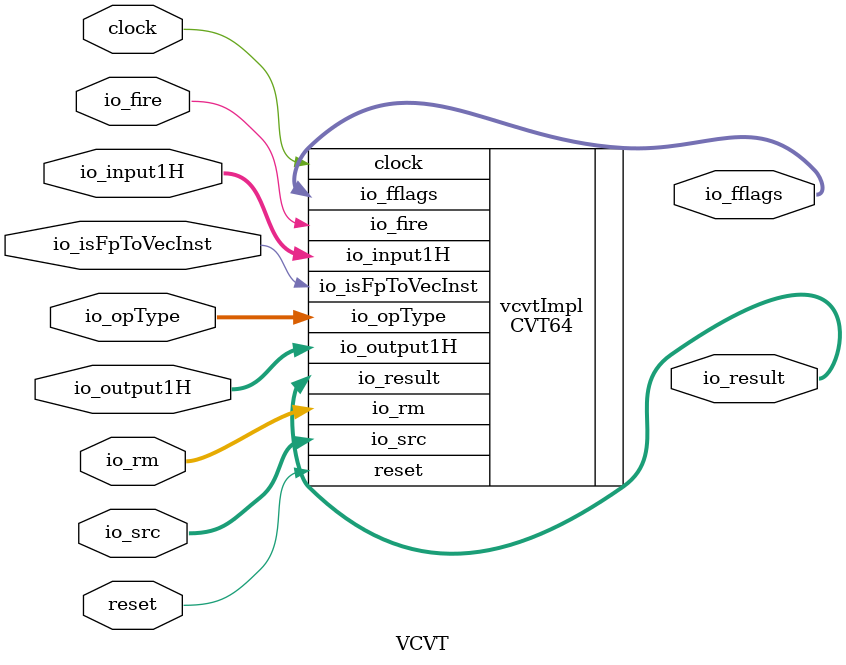
<source format=sv>
`ifndef RANDOMIZE
  `ifdef RANDOMIZE_MEM_INIT
    `define RANDOMIZE
  `endif // RANDOMIZE_MEM_INIT
`endif // not def RANDOMIZE
`ifndef RANDOMIZE
  `ifdef RANDOMIZE_REG_INIT
    `define RANDOMIZE
  `endif // RANDOMIZE_REG_INIT
`endif // not def RANDOMIZE

`ifndef RANDOM
  `define RANDOM $random
`endif // not def RANDOM

// Users can define INIT_RANDOM as general code that gets injected into the
// initializer block for modules with registers.
`ifndef INIT_RANDOM
  `define INIT_RANDOM
`endif // not def INIT_RANDOM

// If using random initialization, you can also define RANDOMIZE_DELAY to
// customize the delay used, otherwise 0.002 is used.
`ifndef RANDOMIZE_DELAY
  `define RANDOMIZE_DELAY 0.002
`endif // not def RANDOMIZE_DELAY

// Define INIT_RANDOM_PROLOG_ for use in our modules below.
`ifndef INIT_RANDOM_PROLOG_
  `ifdef RANDOMIZE
    `ifdef VERILATOR
      `define INIT_RANDOM_PROLOG_ `INIT_RANDOM
    `else  // VERILATOR
      `define INIT_RANDOM_PROLOG_ `INIT_RANDOM #`RANDOMIZE_DELAY begin end
    `endif // VERILATOR
  `else  // RANDOMIZE
    `define INIT_RANDOM_PROLOG_
  `endif // RANDOMIZE
`endif // not def INIT_RANDOM_PROLOG_

// Include register initializers in init blocks unless synthesis is set
`ifndef SYNTHESIS
  `ifndef ENABLE_INITIAL_REG_
    `define ENABLE_INITIAL_REG_
  `endif // not def ENABLE_INITIAL_REG_
`endif // not def SYNTHESIS

// Include rmemory initializers in init blocks unless synthesis is set
`ifndef SYNTHESIS
  `ifndef ENABLE_INITIAL_MEM_
    `define ENABLE_INITIAL_MEM_
  `endif // not def ENABLE_INITIAL_MEM_
`endif // not def SYNTHESIS

module VCVT(
  input         clock,
  input         reset,
  input         io_fire,
  input  [63:0] io_src,
  input  [7:0]  io_opType,
  input  [2:0]  io_rm,
  input  [3:0]  io_input1H,
  input  [3:0]  io_output1H,
  input         io_isFpToVecInst,
  output [63:0] io_result,
  output [4:0]  io_fflags
);

  CVT64 vcvtImpl (
    .clock            (clock),
    .reset            (reset),
    .io_fire          (io_fire),
    .io_src           (io_src),
    .io_opType        (io_opType),
    .io_rm            (io_rm),
    .io_input1H       (io_input1H),
    .io_output1H      (io_output1H),
    .io_isFpToVecInst (io_isFpToVecInst),
    .io_result        (io_result),
    .io_fflags        (io_fflags)
  );
endmodule


</source>
